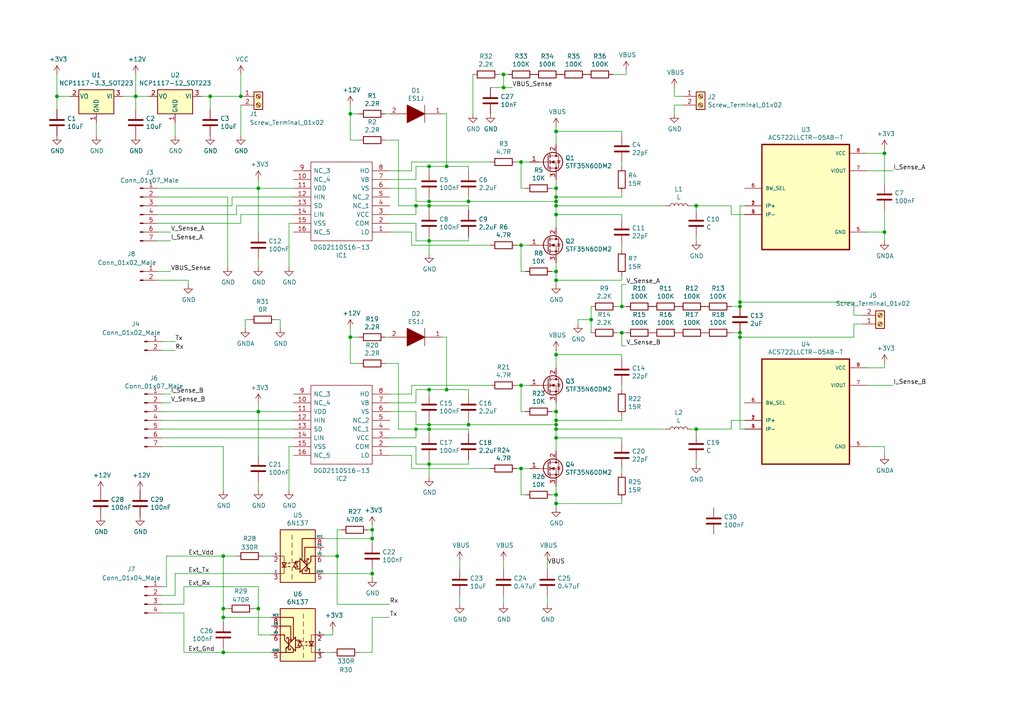
<source format=kicad_sch>
(kicad_sch (version 20211123) (generator eeschema)
  (paper "A4")
  (lib_symbols
    (symbol "ACS722LLCTR-05AB-T:ACS722LLCTR-05AB-T" (pin_names (offset 1.016))
      (property "Reference" "U" (at -12.7 16.2306 0))
      (property "Value" "ACS722LLCTR-05AB-T" (at -12.7 -19.2278 0))
      (symbol "ACS722LLCTR-05AB-T_0_0"
        (pin bidirectional line (at -17.78 -2.54 0) (length 5.08) (name "IP+") (number "1"))
        (pin bidirectional line (at -17.78 -2.54 0) (length 5.08) (name "IP+") (number "2"))
        (pin bidirectional line (at -17.78 -5.08 0) (length 5.08) (name "IP-") (number "3"))
        (pin bidirectional line (at -17.78 -5.08 0) (length 5.08) (name "IP-") (number "4"))
        (pin power_in line (at 17.78 -10.16 180) (length 5.08) (name "GND") (number "5"))
        (pin bidirectional line (at -17.78 2.54 0) (length 5.08) (name "BW_SEL") (number "6"))
        (pin output line (at 17.78 7.62 180) (length 5.08) (name "VIOUT") (number "7"))
        (pin power_in line (at 17.78 12.7 180) (length 5.08) (name "VCC") (number "8"))
      )
    )
    (symbol "Connector:Conn_01x02_Male" (pin_names (offset 1.016) hide)
      (property "Reference" "J" (at 0 2.54 0))
      (property "Value" "Conn_01x02_Male" (at 0 -5.08 0))
      (symbol "Conn_01x02_Male_1_1"
        (pin passive line (at 5.08 0 180) (length 3.81) (name "Pin_1") (number "1"))
        (pin passive line (at 5.08 -2.54 180) (length 3.81) (name "Pin_2") (number "2"))
      )
    )
    (symbol "Connector:Conn_01x04_Male" (pin_names (offset 1.016) hide)
      (property "Reference" "J" (at 0 5.08 0))
      (property "Value" "Conn_01x04_Male" (at 0 -7.62 0))
      (symbol "Conn_01x04_Male_1_1"
        (pin passive line (at 5.08 2.54 180) (length 3.81) (name "Pin_1") (number "1"))
        (pin passive line (at 5.08 0 180) (length 3.81) (name "Pin_2") (number "2"))
        (pin passive line (at 5.08 -2.54 180) (length 3.81) (name "Pin_3") (number "3"))
        (pin passive line (at 5.08 -5.08 180) (length 3.81) (name "Pin_4") (number "4"))
      )
    )
    (symbol "Connector:Conn_01x07_Male" (pin_names (offset 1.016) hide)
      (property "Reference" "J" (at 0 10.16 0))
      (property "Value" "Conn_01x07_Male" (at 0 -10.16 0))
      (symbol "Conn_01x07_Male_1_1"
        (pin passive line (at 5.08 7.62 180) (length 3.81) (name "Pin_1") (number "1"))
        (pin passive line (at 5.08 5.08 180) (length 3.81) (name "Pin_2") (number "2"))
        (pin passive line (at 5.08 2.54 180) (length 3.81) (name "Pin_3") (number "3"))
        (pin passive line (at 5.08 0 180) (length 3.81) (name "Pin_4") (number "4"))
        (pin passive line (at 5.08 -2.54 180) (length 3.81) (name "Pin_5") (number "5"))
        (pin passive line (at 5.08 -5.08 180) (length 3.81) (name "Pin_6") (number "6"))
        (pin passive line (at 5.08 -7.62 180) (length 3.81) (name "Pin_7") (number "7"))
      )
    )
    (symbol "Connector:Screw_Terminal_01x02" (pin_names (offset 1.016) hide)
      (property "Reference" "J" (at 0 2.54 0))
      (property "Value" "Screw_Terminal_01x02" (at 0 -5.08 0))
      (symbol "Screw_Terminal_01x02_1_1"
        (pin passive line (at -5.08 0 0) (length 3.81) (name "Pin_1") (number "1"))
        (pin passive line (at -5.08 -2.54 0) (length 3.81) (name "Pin_2") (number "2"))
      )
    )
    (symbol "Device:C" (pin_numbers hide) (pin_names (offset 0.254))
      (property "Reference" "C" (at 0.635 2.54 0))
      (property "Value" "C" (at 0.635 -2.54 0))
      (symbol "C_1_1"
        (pin passive line (at 0 3.81 270) (length 2.794) (name "~") (number "1"))
        (pin passive line (at 0 -3.81 90) (length 2.794) (name "~") (number "2"))
      )
    )
    (symbol "Device:L" (pin_numbers hide) (pin_names (offset 1.016) hide)
      (property "Reference" "L" (at -1.27 0 90))
      (property "Value" "L" (at 1.905 0 90))
      (symbol "L_1_1"
        (pin passive line (at 0 3.81 270) (length 1.27) (name "1") (number "1"))
        (pin passive line (at 0 -3.81 90) (length 1.27) (name "2") (number "2"))
      )
    )
    (symbol "Device:R" (pin_numbers hide) (pin_names (offset 0))
      (property "Reference" "R" (at 2.032 0 90))
      (property "Value" "R" (at 0 0 90))
      (symbol "R_1_1"
        (pin passive line (at 0 3.81 270) (length 1.27) (name "~") (number "1"))
        (pin passive line (at 0 -3.81 90) (length 1.27) (name "~") (number "2"))
      )
    )
    (symbol "GTI_V3-rescue:+3.3V-power" (power) (pin_names (offset 0))
      (property "Value" "+3.3V-power" (at 0 3.556 0))
      (symbol "+3.3V-power_1_1"
        (pin power_in line (at 0 0 90) (length 0) hide (name "+3V3") (number "1"))
      )
    )
    (symbol "GTI_V3-rescue:DGD2110S16-13-SamacSys_Parts" (pin_names (offset 0.762))
      (property "Reference" "IC" (at 24.13 7.62 0))
      (property "Value" "DGD2110S16-13-SamacSys_Parts" (at 24.13 5.08 0))
      (symbol "DGD2110S16-13-SamacSys_Parts_0_0"
        (pin passive line (at 0 0 0) (length 5.08) (name "LO") (number "1"))
        (pin passive line (at 27.94 -15.24 180) (length 5.08) (name "NC_4") (number "10"))
        (pin passive line (at 27.94 -12.7 180) (length 5.08) (name "VDD") (number "11"))
        (pin passive line (at 27.94 -10.16 180) (length 5.08) (name "HIN") (number "12"))
        (pin passive line (at 27.94 -7.62 180) (length 5.08) (name "SD") (number "13"))
        (pin passive line (at 27.94 -5.08 180) (length 5.08) (name "LIN") (number "14"))
        (pin passive line (at 27.94 -2.54 180) (length 5.08) (name "VSS") (number "15"))
        (pin passive line (at 27.94 0 180) (length 5.08) (name "NC_5") (number "16"))
        (pin passive line (at 0 -2.54 0) (length 5.08) (name "COM") (number "2"))
        (pin passive line (at 0 -5.08 0) (length 5.08) (name "VCC") (number "3"))
        (pin passive line (at 0 -7.62 0) (length 5.08) (name "NC_1") (number "4"))
        (pin passive line (at 0 -10.16 0) (length 5.08) (name "NC_2") (number "5"))
        (pin passive line (at 0 -12.7 0) (length 5.08) (name "VS") (number "6"))
        (pin passive line (at 0 -15.24 0) (length 5.08) (name "VB") (number "7"))
        (pin passive line (at 0 -17.78 0) (length 5.08) (name "HO") (number "8"))
        (pin passive line (at 27.94 -17.78 180) (length 5.08) (name "NC_3") (number "9"))
      )
    )
    (symbol "GTI_V3-rescue:ES1J-ES1J" (pin_names (offset 0.762))
      (property "Reference" "D" (at 11.43 5.08 0))
      (property "Value" "ES1J-ES1J" (at 11.43 2.54 0))
      (symbol "ES1J-ES1J_0_0"
        (pin passive line (at 0 0 0) (length 2.54) (name "~") (number "1"))
        (pin passive line (at 15.24 0 180) (length 2.54) (name "~") (number "2"))
      )
    )
    (symbol "Isolator:6N137" (pin_names (offset 0))
      (property "Reference" "U" (at -4.064 8.89 0))
      (property "Value" "6N137" (at 0 -8.89 0))
      (symbol "6N137_1_1"
        (pin no_connect line (at -5.08 5.08 0) (length 2.54) hide (name "NC") (number "1"))
        (pin passive line (at -7.62 0 0) (length 2.54) (name "A") (number "2"))
        (pin passive line (at -7.62 -5.08 0) (length 2.54) (name "C") (number "3"))
        (pin power_in line (at 7.62 -5.08 180) (length 2.54) (name "GND") (number "5"))
        (pin open_collector line (at 7.62 0 180) (length 2.54) (name "VO") (number "6"))
        (pin input line (at 7.62 2.54 180) (length 2.54) (name "EN") (number "7"))
        (pin power_in line (at 7.62 5.08 180) (length 2.54) (name "VCC") (number "8"))
      )
    )
    (symbol "Regulator_Linear:NCP1117-12_SOT223" (pin_names (offset 0.254))
      (property "Reference" "U" (at -3.81 3.175 0))
      (property "Value" "NCP1117-12_SOT223" (at 0 3.175 0))
      (symbol "NCP1117-12_SOT223_1_1"
        (pin power_in line (at 0 -7.62 90) (length 2.54) (name "GND") (number "1"))
        (pin power_out line (at 7.62 0 180) (length 2.54) (name "VO") (number "2"))
        (pin power_in line (at -7.62 0 0) (length 2.54) (name "VI") (number "3"))
      )
    )
    (symbol "Regulator_Linear:NCP1117-3.3_SOT223" (pin_names (offset 0.254))
      (property "Reference" "U" (at -3.81 3.175 0))
      (property "Value" "NCP1117-3.3_SOT223" (at 0 3.175 0))
      (symbol "NCP1117-3.3_SOT223_1_1"
        (pin power_in line (at 0 -7.62 90) (length 2.54) (name "GND") (number "1"))
        (pin power_out line (at 7.62 0 180) (length 2.54) (name "VO") (number "2"))
        (pin power_in line (at -7.62 0 0) (length 2.54) (name "VI") (number "3"))
      )
    )
    (symbol "Transistor_FET:IRF540N" (pin_names hide)
      (property "Reference" "Q" (at 6.35 1.905 0))
      (property "Value" "IRF540N" (at 6.35 0 0))
      (symbol "IRF540N_1_1"
        (pin input line (at -5.08 0 0) (length 2.54) (name "G") (number "1"))
        (pin passive line (at 2.54 5.08 270) (length 2.54) (name "D") (number "2"))
        (pin passive line (at 2.54 -5.08 90) (length 2.54) (name "S") (number "3"))
      )
    )
    (symbol "power:+12V" (power) (pin_names (offset 0))
      (property "Value" "+12V" (at 0 3.556 0))
      (symbol "+12V_1_1"
        (pin power_in line (at 0 0 90) (length 0) hide (name "+12V") (number "1"))
      )
    )
    (symbol "power:GND" (power) (pin_names (offset 0))
      (property "Value" "GND" (at 0 -3.81 0))
      (symbol "GND_1_1"
        (pin power_in line (at 0 0 270) (length 0) hide (name "GND") (number "1"))
      )
    )
    (symbol "power:GNDA" (power) (pin_names (offset 0))
      (property "Value" "GNDA" (at 0 -3.81 0))
      (symbol "GNDA_1_1"
        (pin power_in line (at 0 0 270) (length 0) hide (name "GNDA") (number "1"))
      )
    )
    (symbol "power:VBUS" (power) (pin_names (offset 0))
      (property "Value" "VBUS" (at 0 3.81 0))
      (symbol "VBUS_1_1"
        (pin power_in line (at 0 0 90) (length 0) hide (name "VBUS") (number "1"))
      )
    )
    (symbol "power:VCC" (power) (pin_names (offset 0))
      (property "Value" "VCC" (at 0 3.81 0))
      (symbol "VCC_1_1"
        (pin power_in line (at 0 0 90) (length 0) hide (name "VCC") (number "1"))
      )
    )
  )
  (junction (at 201.93 59.69))
  (junction (at 16.51 27.94))
  (junction (at 64.77 179.07))
  (junction (at 124.46 124.46))
  (junction (at 161.29 102.87))
  (junction (at 161.29 124.46))
  (junction (at 124.46 58.42))
  (junction (at 256.54 44.45))
  (junction (at 74.93 176.53))
  (junction (at 64.77 176.53))
  (junction (at 180.34 88.9))
  (junction (at 214.63 88.9))
  (junction (at 201.93 124.46))
  (junction (at 161.29 119.38))
  (junction (at 97.79 161.29))
  (junction (at 151.13 111.76))
  (junction (at 161.29 121.92))
  (junction (at 129.54 48.26))
  (junction (at 124.46 123.19))
  (junction (at 146.05 21.59))
  (junction (at 146.05 25.4))
  (junction (at 180.34 96.52))
  (junction (at 161.29 59.69))
  (junction (at 161.29 143.51))
  (junction (at 124.46 113.03))
  (junction (at 107.95 166.37))
  (junction (at 69.85 27.94))
  (junction (at 107.95 153.67))
  (junction (at 101.6 97.79))
  (junction (at 39.37 27.94))
  (junction (at 151.13 135.89))
  (junction (at 129.54 113.03))
  (junction (at 151.13 71.12))
  (junction (at 161.29 123.19))
  (junction (at 171.45 92.71))
  (junction (at 64.77 161.29))
  (junction (at 101.6 33.02))
  (junction (at 124.46 48.26))
  (junction (at 256.54 67.31))
  (junction (at 214.63 96.52))
  (junction (at 161.29 81.28))
  (junction (at 60.96 27.94))
  (junction (at 64.77 189.23))
  (junction (at 214.63 87.63))
  (junction (at 74.93 119.38))
  (junction (at 74.93 54.61))
  (junction (at 120.65 124.46))
  (junction (at 124.46 134.62))
  (junction (at 135.89 58.42))
  (junction (at 107.95 156.21))
  (junction (at 161.29 57.15))
  (junction (at 161.29 146.05))
  (junction (at 135.89 123.19))
  (junction (at 124.46 59.69))
  (junction (at 161.29 54.61))
  (junction (at 161.29 58.42))
  (junction (at 161.29 38.1))
  (junction (at 151.13 46.99))
  (junction (at 124.46 69.85))
  (junction (at 161.29 62.23))
  (junction (at 161.29 127))
  (junction (at 214.63 97.79))
  (junction (at 120.65 59.69))
  (junction (at 161.29 78.74))
  (wire (pts (xy 214.63 96.52) (xy 214.63 97.79)))
  (wire (pts (xy 124.46 123.19) (xy 124.46 121.92)))
  (wire (pts (xy 251.46 49.53) (xy 259.08 49.53)))
  (wire (pts (xy 93.98 156.21) (xy 107.95 156.21)))
  (wire (pts (xy 74.93 74.93) (xy 74.93 77.47)))
  (wire (pts (xy 180.34 120.65) (xy 180.34 121.92)))
  (wire (pts (xy 111.76 105.41) (xy 115.57 105.41)))
  (wire (pts (xy 180.34 57.15) (xy 161.29 57.15)))
  (wire (pts (xy 111.76 40.64) (xy 115.57 40.64)))
  (wire (pts (xy 45.72 62.23) (xy 68.58 62.23)))
  (wire (pts (xy 104.14 189.23) (xy 107.95 189.23)))
  (wire (pts (xy 180.34 81.28) (xy 161.29 81.28)))
  (wire (pts (xy 119.38 114.3) (xy 119.38 111.76)))
  (wire (pts (xy 161.29 57.15) (xy 161.29 54.61)))
  (wire (pts (xy 74.93 184.15) (xy 78.74 184.15)))
  (wire (pts (xy 111.76 33.02) (xy 113.03 33.02)))
  (wire (pts (xy 120.65 69.85) (xy 124.46 69.85)))
  (wire (pts (xy 39.37 27.94) (xy 39.37 31.75)))
  (wire (pts (xy 50.8 166.37) (xy 50.8 172.72)))
  (wire (pts (xy 124.46 69.85) (xy 135.89 69.85)))
  (wire (pts (xy 78.74 189.23) (xy 64.77 189.23)))
  (wire (pts (xy 161.29 38.1) (xy 161.29 41.91)))
  (wire (pts (xy 48.26 170.18) (xy 48.26 161.29)))
  (wire (pts (xy 124.46 58.42) (xy 135.89 58.42)))
  (wire (pts (xy 158.75 175.26) (xy 158.75 172.72)))
  (wire (pts (xy 212.09 96.52) (xy 214.63 96.52)))
  (wire (pts (xy 180.34 135.89) (xy 180.34 137.16)))
  (wire (pts (xy 180.34 144.78) (xy 180.34 146.05)))
  (wire (pts (xy 161.29 57.15) (xy 161.29 58.42)))
  (wire (pts (xy 120.65 119.38) (xy 120.65 123.19)))
  (wire (pts (xy 107.95 156.21) (xy 107.95 157.48)))
  (wire (pts (xy 212.09 59.69) (xy 201.93 59.69)))
  (wire (pts (xy 120.65 58.42) (xy 124.46 58.42)))
  (wire (pts (xy 46.99 114.3) (xy 49.53 114.3)))
  (wire (pts (xy 83.82 64.77) (xy 85.09 64.77)))
  (wire (pts (xy 256.54 67.31) (xy 256.54 69.85)))
  (wire (pts (xy 214.63 124.46) (xy 215.9 124.46)))
  (wire (pts (xy 120.65 123.19) (xy 124.46 123.19)))
  (wire (pts (xy 214.63 87.63) (xy 247.65 87.63)))
  (wire (pts (xy 135.89 69.85) (xy 135.89 68.58)))
  (wire (pts (xy 113.03 114.3) (xy 119.38 114.3)))
  (wire (pts (xy 66.04 57.15) (xy 66.04 77.47)))
  (wire (pts (xy 124.46 124.46) (xy 124.46 125.73)))
  (wire (pts (xy 161.29 123.19) (xy 161.29 124.46)))
  (wire (pts (xy 124.46 134.62) (xy 135.89 134.62)))
  (wire (pts (xy 74.93 176.53) (xy 74.93 170.18)))
  (wire (pts (xy 101.6 30.48) (xy 101.6 33.02)))
  (wire (pts (xy 124.46 48.26) (xy 120.65 48.26)))
  (wire (pts (xy 161.29 59.69) (xy 161.29 62.23)))
  (wire (pts (xy 101.6 95.25) (xy 101.6 97.79)))
  (wire (pts (xy 135.89 48.26) (xy 129.54 48.26)))
  (wire (pts (xy 149.86 111.76) (xy 151.13 111.76)))
  (wire (pts (xy 85.09 119.38) (xy 74.93 119.38)))
  (wire (pts (xy 250.19 91.44) (xy 247.65 91.44)))
  (wire (pts (xy 48.26 161.29) (xy 64.77 161.29)))
  (wire (pts (xy 107.95 189.23) (xy 107.95 179.07)))
  (wire (pts (xy 195.58 25.4) (xy 195.58 27.94)))
  (wire (pts (xy 161.29 62.23) (xy 161.29 66.04)))
  (wire (pts (xy 180.34 111.76) (xy 180.34 113.03)))
  (wire (pts (xy 201.93 124.46) (xy 201.93 125.73)))
  (wire (pts (xy 180.34 71.12) (xy 180.34 72.39)))
  (wire (pts (xy 124.46 138.43) (xy 124.46 134.62)))
  (wire (pts (xy 135.89 59.69) (xy 124.46 59.69)))
  (wire (pts (xy 69.85 27.94) (xy 69.85 21.59)))
  (wire (pts (xy 201.93 59.69) (xy 201.93 60.96)))
  (wire (pts (xy 101.6 97.79) (xy 101.6 105.41)))
  (wire (pts (xy 85.09 121.92) (xy 46.99 121.92)))
  (wire (pts (xy 46.99 101.6) (xy 50.8 101.6)))
  (wire (pts (xy 35.56 27.94) (xy 39.37 27.94)))
  (wire (pts (xy 247.65 93.98) (xy 250.19 93.98)))
  (wire (pts (xy 60.96 27.94) (xy 58.42 27.94)))
  (wire (pts (xy 256.54 44.45) (xy 256.54 53.34)))
  (wire (pts (xy 113.03 129.54) (xy 120.65 129.54)))
  (wire (pts (xy 68.58 62.23) (xy 68.58 59.69)))
  (wire (pts (xy 64.77 176.53) (xy 64.77 161.29)))
  (wire (pts (xy 120.65 116.84) (xy 113.03 116.84)))
  (wire (pts (xy 97.79 175.26) (xy 97.79 161.29)))
  (wire (pts (xy 180.34 102.87) (xy 180.34 104.14)))
  (wire (pts (xy 151.13 135.89) (xy 153.67 135.89)))
  (wire (pts (xy 80.01 92.71) (xy 81.28 92.71)))
  (wire (pts (xy 113.03 64.77) (xy 120.65 64.77)))
  (wire (pts (xy 180.34 96.52) (xy 181.61 96.52)))
  (wire (pts (xy 120.65 124.46) (xy 120.65 127)))
  (wire (pts (xy 124.46 134.62) (xy 124.46 133.35)))
  (wire (pts (xy 161.29 102.87) (xy 180.34 102.87)))
  (wire (pts (xy 180.34 96.52) (xy 180.34 100.33)))
  (wire (pts (xy 161.29 147.32) (xy 161.29 146.05)))
  (wire (pts (xy 149.86 46.99) (xy 151.13 46.99)))
  (wire (pts (xy 214.63 97.79) (xy 214.63 124.46)))
  (wire (pts (xy 64.77 179.07) (xy 78.74 179.07)))
  (wire (pts (xy 135.89 60.96) (xy 135.89 59.69)))
  (wire (pts (xy 46.99 119.38) (xy 74.93 119.38)))
  (wire (pts (xy 180.34 55.88) (xy 180.34 57.15)))
  (wire (pts (xy 72.39 92.71) (xy 71.12 92.71)))
  (wire (pts (xy 101.6 97.79) (xy 104.14 97.79)))
  (wire (pts (xy 128.27 33.02) (xy 129.54 33.02)))
  (wire (pts (xy 151.13 71.12) (xy 153.67 71.12)))
  (wire (pts (xy 146.05 25.4) (xy 142.24 25.4)))
  (wire (pts (xy 135.89 114.3) (xy 135.89 113.03)))
  (wire (pts (xy 107.95 166.37) (xy 107.95 167.64)))
  (wire (pts (xy 120.65 54.61) (xy 120.65 58.42)))
  (wire (pts (xy 27.94 39.37) (xy 27.94 35.56)))
  (wire (pts (xy 251.46 111.76) (xy 259.08 111.76)))
  (wire (pts (xy 107.95 165.1) (xy 107.95 166.37)))
  (wire (pts (xy 214.63 59.69) (xy 214.63 87.63)))
  (wire (pts (xy 54.61 81.28) (xy 45.72 81.28)))
  (wire (pts (xy 60.96 31.75) (xy 60.96 27.94)))
  (wire (pts (xy 120.65 52.07) (xy 113.03 52.07)))
  (wire (pts (xy 200.66 59.69) (xy 201.93 59.69)))
  (wire (pts (xy 113.03 49.53) (xy 119.38 49.53)))
  (wire (pts (xy 146.05 25.4) (xy 148.59 25.4)))
  (wire (pts (xy 201.93 133.35) (xy 201.93 134.62)))
  (wire (pts (xy 67.31 57.15) (xy 67.31 59.69)))
  (wire (pts (xy 50.8 39.37) (xy 50.8 35.56)))
  (wire (pts (xy 161.29 127) (xy 161.29 130.81)))
  (wire (pts (xy 161.29 121.92) (xy 161.29 123.19)))
  (wire (pts (xy 101.6 33.02) (xy 104.14 33.02)))
  (wire (pts (xy 251.46 67.31) (xy 256.54 67.31)))
  (wire (pts (xy 133.35 165.1) (xy 133.35 162.56)))
  (wire (pts (xy 152.4 119.38) (xy 151.13 119.38)))
  (wire (pts (xy 161.29 54.61) (xy 161.29 52.07)))
  (wire (pts (xy 167.64 92.71) (xy 171.45 92.71)))
  (wire (pts (xy 146.05 162.56) (xy 146.05 165.1)))
  (wire (pts (xy 66.04 176.53) (xy 64.77 176.53)))
  (wire (pts (xy 68.58 59.69) (xy 85.09 59.69)))
  (wire (pts (xy 152.4 78.74) (xy 151.13 78.74)))
  (wire (pts (xy 135.89 58.42) (xy 135.89 57.15)))
  (wire (pts (xy 177.8 21.59) (xy 181.61 21.59)))
  (wire (pts (xy 161.29 143.51) (xy 161.29 140.97)))
  (wire (pts (xy 135.89 49.53) (xy 135.89 48.26)))
  (wire (pts (xy 16.51 21.59) (xy 16.51 27.94)))
  (wire (pts (xy 119.38 135.89) (xy 142.24 135.89)))
  (wire (pts (xy 214.63 87.63) (xy 214.63 88.9)))
  (wire (pts (xy 69.85 30.48) (xy 69.85 39.37)))
  (wire (pts (xy 53.34 170.18) (xy 74.93 170.18)))
  (wire (pts (xy 180.34 127) (xy 180.34 128.27)))
  (wire (pts (xy 160.02 119.38) (xy 161.29 119.38)))
  (wire (pts (xy 45.72 67.31) (xy 49.53 67.31)))
  (wire (pts (xy 64.77 161.29) (xy 68.58 161.29)))
  (wire (pts (xy 124.46 58.42) (xy 124.46 57.15)))
  (wire (pts (xy 101.6 40.64) (xy 104.14 40.64)))
  (wire (pts (xy 158.75 165.1) (xy 158.75 162.56)))
  (wire (pts (xy 180.34 88.9) (xy 181.61 88.9)))
  (wire (pts (xy 46.99 116.84) (xy 49.53 116.84)))
  (wire (pts (xy 124.46 59.69) (xy 124.46 60.96)))
  (wire (pts (xy 161.29 121.92) (xy 161.29 119.38)))
  (wire (pts (xy 171.45 92.71) (xy 171.45 96.52)))
  (wire (pts (xy 85.09 57.15) (xy 67.31 57.15)))
  (wire (pts (xy 124.46 48.26) (xy 124.46 49.53)))
  (wire (pts (xy 71.12 92.71) (xy 71.12 95.25)))
  (wire (pts (xy 180.34 62.23) (xy 180.34 63.5)))
  (wire (pts (xy 215.9 62.23) (xy 212.09 62.23)))
  (wire (pts (xy 256.54 129.54) (xy 256.54 132.08)))
  (wire (pts (xy 161.29 38.1) (xy 180.34 38.1)))
  (wire (pts (xy 113.03 54.61) (xy 120.65 54.61)))
  (wire (pts (xy 97.79 175.26) (xy 113.03 175.26)))
  (wire (pts (xy 69.85 62.23) (xy 69.85 64.77)))
  (wire (pts (xy 67.31 59.69) (xy 45.72 59.69)))
  (wire (pts (xy 74.93 52.07) (xy 74.93 54.61)))
  (wire (pts (xy 212.09 121.92) (xy 215.9 121.92)))
  (wire (pts (xy 106.68 153.67) (xy 107.95 153.67)))
  (wire (pts (xy 85.09 129.54) (xy 83.82 129.54)))
  (wire (pts (xy 107.95 179.07) (xy 113.03 179.07)))
  (wire (pts (xy 45.72 78.74) (xy 49.53 78.74)))
  (wire (pts (xy 128.27 97.79) (xy 129.54 97.79)))
  (wire (pts (xy 151.13 119.38) (xy 151.13 111.76)))
  (wire (pts (xy 135.89 58.42) (xy 161.29 58.42)))
  (wire (pts (xy 120.65 59.69) (xy 120.65 62.23)))
  (wire (pts (xy 180.34 38.1) (xy 180.34 39.37)))
  (wire (pts (xy 124.46 73.66) (xy 124.46 69.85)))
  (wire (pts (xy 144.78 21.59) (xy 146.05 21.59)))
  (wire (pts (xy 135.89 123.19) (xy 161.29 123.19)))
  (wire (pts (xy 120.65 64.77) (xy 120.65 69.85)))
  (wire (pts (xy 85.09 62.23) (xy 69.85 62.23)))
  (wire (pts (xy 50.8 172.72) (xy 46.99 172.72)))
  (wire (pts (xy 83.82 129.54) (xy 83.82 142.24)))
  (wire (pts (xy 179.07 88.9) (xy 180.34 88.9)))
  (wire (pts (xy 119.38 71.12) (xy 142.24 71.12)))
  (wire (pts (xy 160.02 78.74) (xy 161.29 78.74)))
  (wire (pts (xy 96.52 189.23) (xy 93.98 189.23)))
  (wire (pts (xy 99.06 153.67) (xy 97.79 153.67)))
  (wire (pts (xy 120.65 127) (xy 113.03 127)))
  (wire (pts (xy 129.54 113.03) (xy 124.46 113.03)))
  (wire (pts (xy 161.29 101.6) (xy 161.29 102.87)))
  (wire (pts (xy 256.54 44.45) (xy 256.54 43.18)))
  (wire (pts (xy 113.03 67.31) (xy 119.38 67.31)))
  (wire (pts (xy 120.65 113.03) (xy 120.65 116.84)))
  (wire (pts (xy 119.38 49.53) (xy 119.38 46.99)))
  (wire (pts (xy 251.46 106.68) (xy 256.54 106.68)))
  (wire (pts (xy 161.29 59.69) (xy 193.04 59.69)))
  (wire (pts (xy 46.99 124.46) (xy 85.09 124.46)))
  (wire (pts (xy 119.38 132.08) (xy 119.38 135.89)))
  (wire (pts (xy 161.29 82.55) (xy 161.29 81.28)))
  (wire (pts (xy 201.93 68.58) (xy 201.93 69.85)))
  (wire (pts (xy 113.03 132.08) (xy 119.38 132.08)))
  (wire (pts (xy 135.89 123.19) (xy 135.89 121.92)))
  (wire (pts (xy 180.34 82.55) (xy 180.34 88.9)))
  (wire (pts (xy 146.05 172.72) (xy 146.05 175.26)))
  (wire (pts (xy 161.29 78.74) (xy 161.29 76.2)))
  (wire (pts (xy 124.46 124.46) (xy 120.65 124.46)))
  (wire (pts (xy 85.09 127) (xy 46.99 127)))
  (wire (pts (xy 133.35 175.26) (xy 133.35 172.72)))
  (wire (pts (xy 201.93 124.46) (xy 212.09 124.46)))
  (wire (pts (xy 66.04 57.15) (xy 45.72 57.15)))
  (wire (pts (xy 161.29 146.05) (xy 161.29 143.51)))
  (wire (pts (xy 64.77 129.54) (xy 64.77 142.24)))
  (wire (pts (xy 251.46 44.45) (xy 256.54 44.45)))
  (wire (pts (xy 181.61 21.59) (xy 181.61 20.32)))
  (wire (pts (xy 81.28 92.71) (xy 81.28 95.25)))
  (wire (pts (xy 180.34 100.33) (xy 181.61 100.33)))
  (wire (pts (xy 180.34 46.99) (xy 180.34 48.26)))
  (wire (pts (xy 256.54 106.68) (xy 256.54 105.41)))
  (wire (pts (xy 120.65 62.23) (xy 113.03 62.23)))
  (wire (pts (xy 160.02 54.61) (xy 161.29 54.61)))
  (wire (pts (xy 247.65 93.98) (xy 247.65 97.79)))
  (wire (pts (xy 180.34 82.55) (xy 181.61 82.55)))
  (wire (pts (xy 64.77 189.23) (xy 64.77 187.96)))
  (wire (pts (xy 115.57 105.41) (xy 115.57 124.46)))
  (wire (pts (xy 151.13 78.74) (xy 151.13 71.12)))
  (wire (pts (xy 124.46 113.03) (xy 120.65 113.03)))
  (wire (pts (xy 96.52 182.88) (xy 96.52 184.15)))
  (wire (pts (xy 120.65 134.62) (xy 124.46 134.62)))
  (wire (pts (xy 83.82 77.47) (xy 83.82 64.77)))
  (wire (pts (xy 74.93 119.38) (xy 74.93 132.08)))
  (wire (pts (xy 73.66 176.53) (xy 74.93 176.53)))
  (wire (pts (xy 53.34 170.18) (xy 53.34 175.26)))
  (wire (pts (xy 256.54 60.96) (xy 256.54 67.31)))
  (wire (pts (xy 64.77 189.23) (xy 53.34 189.23)))
  (wire (pts (xy 129.54 48.26) (xy 124.46 48.26)))
  (wire (pts (xy 129.54 33.02) (xy 129.54 48.26)))
  (wire (pts (xy 64.77 176.53) (xy 64.77 179.07)))
  (wire (pts (xy 137.16 21.59) (xy 137.16 33.02)))
  (wire (pts (xy 151.13 143.51) (xy 151.13 135.89)))
  (wire (pts (xy 180.34 146.05) (xy 161.29 146.05)))
  (wire (pts (xy 45.72 69.85) (xy 49.53 69.85)))
  (wire (pts (xy 161.29 36.83) (xy 161.29 38.1)))
  (wire (pts (xy 39.37 21.59) (xy 39.37 27.94)))
  (wire (pts (xy 53.34 189.23) (xy 53.34 177.8)))
  (wire (pts (xy 251.46 129.54) (xy 256.54 129.54)))
  (wire (pts (xy 53.34 175.26) (xy 46.99 175.26)))
  (wire (pts (xy 96.52 184.15) (xy 93.98 184.15)))
  (wire (pts (xy 124.46 123.19) (xy 135.89 123.19)))
  (wire (pts (xy 161.29 58.42) (xy 161.29 59.69)))
  (wire (pts (xy 74.93 54.61) (xy 74.93 67.31)))
  (wire (pts (xy 45.72 54.61) (xy 74.93 54.61)))
  (wire (pts (xy 152.4 54.61) (xy 151.13 54.61)))
  (wire (pts (xy 212.09 124.46) (xy 212.09 121.92)))
  (wire (pts (xy 214.63 59.69) (xy 215.9 59.69)))
  (wire (pts (xy 124.46 113.03) (xy 124.46 114.3)))
  (wire (pts (xy 74.93 116.84) (xy 74.93 119.38)))
  (wire (pts (xy 115.57 124.46) (xy 120.65 124.46)))
  (wire (pts (xy 149.86 135.89) (xy 151.13 135.89)))
  (wire (pts (xy 50.8 166.37) (xy 78.74 166.37)))
  (wire (pts (xy 46.99 170.18) (xy 48.26 170.18)))
  (wire (pts (xy 107.95 153.67) (xy 107.95 152.4)))
  (wire (pts (xy 161.29 124.46) (xy 193.04 124.46)))
  (wire (pts (xy 115.57 40.64) (xy 115.57 59.69)))
  (wire (pts (xy 107.95 166.37) (xy 93.98 166.37)))
  (wire (pts (xy 161.29 124.46) (xy 161.29 127)))
  (wire (pts (xy 161.29 119.38) (xy 161.29 116.84)))
  (wire (pts (xy 171.45 88.9) (xy 171.45 92.71)))
  (wire (pts (xy 107.95 153.67) (xy 107.95 156.21)))
  (wire (pts (xy 113.03 119.38) (xy 120.65 119.38)))
  (wire (pts (xy 214.63 97.79) (xy 247.65 97.79)))
  (wire (pts (xy 46.99 99.06) (xy 50.8 99.06)))
  (wire (pts (xy 69.85 64.77) (xy 45.72 64.77)))
  (wire (pts (xy 198.12 30.48) (xy 195.58 30.48)))
  (wire (pts (xy 152.4 143.51) (xy 151.13 143.51)))
  (wire (pts (xy 64.77 180.34) (xy 64.77 179.07)))
  (wire (pts (xy 85.09 54.61) (xy 74.93 54.61)))
  (wire (pts (xy 101.6 105.41) (xy 104.14 105.41)))
  (wire (pts (xy 119.38 111.76) (xy 142.24 111.76)))
  (wire (pts (xy 97.79 161.29) (xy 93.98 161.29)))
  (wire (pts (xy 54.61 82.55) (xy 54.61 81.28)))
  (wire (pts (xy 39.37 27.94) (xy 43.18 27.94)))
  (wire (pts (xy 119.38 46.99) (xy 142.24 46.99)))
  (wire (pts (xy 161.29 102.87) (xy 161.29 106.68)))
  (wire (pts (xy 97.79 153.67) (xy 97.79 161.29)))
  (wire (pts (xy 111.76 97.79) (xy 113.03 97.79)))
  (wire (pts (xy 120.65 129.54) (xy 120.65 134.62)))
  (wire (pts (xy 124.46 69.85) (xy 124.46 68.58)))
  (wire (pts (xy 74.93 139.7) (xy 74.93 142.24)))
  (wire (pts (xy 135.89 124.46) (xy 124.46 124.46)))
  (wire (pts (xy 161.29 62.23) (xy 180.34 62.23)))
  (wire (pts (xy 129.54 97.79) (xy 129.54 113.03)))
  (wire (pts (xy 180.34 80.01) (xy 180.34 81.28)))
  (wire (pts (xy 180.34 121.92) (xy 161.29 121.92)))
  (wire (pts (xy 161.29 127) (xy 180.34 127)))
  (wire (pts (xy 160.02 143.51) (xy 161.29 143.51)))
  (wire (pts (xy 115.57 59.69) (xy 120.65 59.69)))
  (wire (pts (xy 119.38 67.31) (xy 119.38 71.12)))
  (wire (pts (xy 101.6 33.02) (xy 101.6 40.64)))
  (wire (pts (xy 167.64 93.98) (xy 167.64 92.71)))
  (wire (pts (xy 179.07 96.52) (xy 180.34 96.52)))
  (wire (pts (xy 146.05 21.59) (xy 147.32 21.59)))
  (wire (pts (xy 149.86 71.12) (xy 151.13 71.12)))
  (wire (pts (xy 212.09 62.23) (xy 212.09 59.69)))
  (wire (pts (xy 120.65 48.26) (xy 120.65 52.07)))
  (wire (pts (xy 151.13 54.61) (xy 151.13 46.99)))
  (wire (pts (xy 151.13 111.76) (xy 153.67 111.76)))
  (wire (pts (xy 151.13 46.99) (xy 153.67 46.99)))
  (wire (pts (xy 146.05 21.59) (xy 146.05 25.4)))
  (wire (pts (xy 74.93 176.53) (xy 74.93 184.15)))
  (wire (pts (xy 135.89 134.62) (xy 135.89 133.35)))
  (wire (pts (xy 195.58 30.48) (xy 195.58 33.02)))
  (wire (pts (xy 16.51 27.94) (xy 20.32 27.94)))
  (wire (pts (xy 247.65 91.44) (xy 247.65 87.63)))
  (wire (pts (xy 212.09 88.9) (xy 214.63 88.9)))
  (wire (pts (xy 69.85 27.94) (xy 60.96 27.94)))
  (wire (pts (xy 161.29 81.28) (xy 161.29 78.74)))
  (wire (pts (xy 53.34 177.8) (xy 46.99 177.8)))
  (wire (pts (xy 135.89 113.03) (xy 129.54 113.03)))
  (wire (pts (xy 76.2 161.29) (xy 78.74 161.29)))
  (wire (pts (xy 16.51 31.75) (xy 16.51 27.94)))
  (wire (pts (xy 200.66 124.46) (xy 201.93 124.46)))
  (wire (pts (xy 195.58 27.94) (xy 198.12 27.94)))
  (wire (pts (xy 124.46 59.69) (xy 120.65 59.69)))
  (wire (pts (xy 46.99 129.54) (xy 64.77 129.54)))
  (wire (pts (xy 135.89 125.73) (xy 135.89 124.46)))
  (label "Tx" (at 50.8 99.06 0))
  (label "Ext_Tx" (at 54.61 166.37 0))
  (label "I_Sense_B" (at 259.08 111.76 0))
  (label "VBUS_Sense" (at 148.59 25.4 0))
  (label "Tx" (at 113.03 179.07 0))
  (label "Ext_Rx" (at 54.61 170.18 0))
  (label "V_Sense_B" (at 49.53 116.84 0))
  (label "VBUS_Sense" (at 49.53 78.74 0))
  (label "Rx" (at 50.8 101.6 0))
  (label "I_Sense_A" (at 259.08 49.53 0))
  (label "V_Sense_B" (at 181.61 100.33 0))
  (label "Ext_Gnd" (at 54.61 189.23 0))
  (label "VBUS" (at 158.75 163.83 0))
  (label "I_Sense_A" (at 49.53 69.85 0))
  (label "Ext_Vdd" (at 54.61 161.29 0))
  (label "I_Sense_B" (at 49.53 114.3 0))
  (label "V_Sense_A" (at 49.53 67.31 0))
  (label "V_Sense_A" (at 181.61 82.55 0))
  (label "Rx" (at 113.03 175.26 0))
  (symbol (lib_id "ACS722LLCTR-05AB-T:ACS722LLCTR-05AB-T") (at 233.68 119.38 0) (unit 1)
    (property "Reference" "U4" (at 233.68 99.822 0))
    (property "Value" "ACS722LLCTR-05AB-T" (at 233.68 102.1334 0))
    (property "Footprint" "ACS722LLCTR-05AB-T:SOIC127P600X175-8N" (effects hide))
    (property "Package" "SOIC127P600X175-8N" (effects hide))
    (property "Manufacturer" "Allegro" (effects hide))
  )
  (symbol (lib_id "GTI_V3-rescue:DGD2110S16-13-SamacSys_Parts") (at 113.03 132.08 180) (unit 1)
    (property "Reference" "IC2" (at 99.06 138.811 0))
    (property "Value" "DGD2110S16-13" (at 99.06 136.4996 0))
    (property "Footprint" "DGD2110S16-13:SOIC127P1032X264-16N" (effects hide))
    (property "Datasheet" "https://componentsearchengine.com/Datasheets/1/DGD2110S16-13.pdf" (effects hide))
    (property "Description" "Gate Drivers High-Side Low-Side 600V Gate Driver" (effects hide))
    (property "Height" "2.64" (effects hide))
    (property "Mouser Part Number" "621-DGD2110S16-13" (effects hide))
    (property "Mouser Price/Stock" "https://www.mouser.com/Search/Refine.aspx?Keyword=621-DGD2110S16-13" (effects hide))
    (property "Manufacturer_Name" "Diodes Inc." (effects hide))
    (property "Manufacturer_Part_Number" "DGD2110S16-13" (effects hide))
  )
  (symbol (lib_id "GTI_V3-rescue:ES1J-ES1J") (at 128.27 97.79 180) (unit 1)
    (property "Reference" "D2" (at 120.65 91.0082 0))
    (property "Value" "ES1J" (at 120.65 93.3196 0))
    (property "Footprint" "ES1J:DIOM5227X250N" (effects hide))
    (property "Datasheet" "http://www.onsemi.com/PowerSolutions/product.do?id=ES1J" (effects hide))
    (property "Description" "Fairchild ES1J SMT Fast Recovery Diode, 600V 1A, 35ns, 2-Pin DO-214AC" (effects hide))
    (property "Height" "2.5" (effects hide))
    (property "Manufacturer_Name" "onsemi" (effects hide))
    (property "Manufacturer_Part_Number" "ES1J" (effects hide))
    (property "Mouser Part Number" "512-ES1J" (effects hide))
    (property "Mouser Price/Stock" "https://www.mouser.co.uk/ProductDetail/ON-Semiconductor-Fairchild/ES1J?qs=ZaZfTJZxiphg%252BqNC2EhLqQ%3D%3D" (effects hide))
    (property "Arrow Part Number" "ES1J" (effects hide))
    (property "Arrow Price/Stock" "https://www.arrow.com/en/products/es1j/on-semiconductor?region=nac" (effects hide))
  )
  (symbol (lib_id "Transistor_FET:IRF540N") (at 158.75 111.76 0) (unit 1)
    (property "Reference" "Q3" (at 163.9316 110.5916 0) (effects (justify left)))
    (property "Value" "STF35N60DM2" (at 163.9316 112.903 0) (effects (justify left)))
    (property "Footprint" "TO_SOT_Packages_THT:TO-220-3_Vertical" (effects hide))
    (property "Datasheet" "http://www.irf.com/product-info/datasheets/data/irf540n.pdf" (effects hide))
  )
  (symbol (lib_id "Device:R") (at 146.05 111.76 270) (unit 1)
    (property "Reference" "R21" (at 146.05 106.5022 90))
    (property "Value" "4.7R" (at 146.05 108.8136 90))
    (property "Footprint" "Resistors_SMD:R_0603_HandSoldering" (effects hide))
  )
  (symbol (lib_id "Device:R") (at 180.34 116.84 180) (unit 1)
    (property "Reference" "R22" (at 182.118 115.6716 0) (effects (justify right)))
    (property "Value" "15R" (at 182.118 117.983 0) (effects (justify right)))
    (property "Footprint" "Resistors_SMD:R_0805_HandSoldering" (effects hide))
  )
  (symbol (lib_id "Device:R") (at 156.21 119.38 90) (unit 1)
    (property "Reference" "R23" (at 156.21 114.1222 90))
    (property "Value" "10K" (at 156.21 116.4336 90))
    (property "Footprint" "Resistors_SMD:R_0603_HandSoldering" (effects hide))
  )
  (symbol (lib_id "Device:C") (at 180.34 107.95 0) (unit 1)
    (property "Reference" "C14" (at 183.261 106.7816 0) (effects (justify left)))
    (property "Value" "22pF" (at 183.261 109.093 0) (effects (justify left)))
    (property "Footprint" "Capacitors_SMD:C_0805_HandSoldering" (effects hide))
  )
  (symbol (lib_id "Transistor_FET:IRF540N") (at 158.75 135.89 0) (unit 1)
    (property "Reference" "Q4" (at 163.9316 134.7216 0) (effects (justify left)))
    (property "Value" "STF35N60DM2" (at 163.9316 137.033 0) (effects (justify left)))
    (property "Footprint" "TO_SOT_Packages_THT:TO-220-3_Vertical" (effects hide))
    (property "Datasheet" "http://www.irf.com/product-info/datasheets/data/irf540n.pdf" (effects hide))
  )
  (symbol (lib_id "Device:R") (at 146.05 135.89 270) (unit 1)
    (property "Reference" "R24" (at 146.05 130.6322 90))
    (property "Value" "4.7R" (at 146.05 132.9436 90))
    (property "Footprint" "Resistors_SMD:R_0603_HandSoldering" (effects hide))
  )
  (symbol (lib_id "Device:R") (at 180.34 140.97 180) (unit 1)
    (property "Reference" "R25" (at 182.118 139.8016 0) (effects (justify right)))
    (property "Value" "15R" (at 182.118 142.113 0) (effects (justify right)))
    (property "Footprint" "Resistors_SMD:R_0805_HandSoldering" (effects hide))
  )
  (symbol (lib_id "Device:R") (at 156.21 143.51 90) (unit 1)
    (property "Reference" "R26" (at 156.21 138.2522 90))
    (property "Value" "10K" (at 156.21 140.5636 90))
    (property "Footprint" "Resistors_SMD:R_0603_HandSoldering" (effects hide))
  )
  (symbol (lib_id "Device:C") (at 180.34 132.08 0) (unit 1)
    (property "Reference" "C20" (at 183.261 130.9116 0) (effects (justify left)))
    (property "Value" "22pF" (at 183.261 133.223 0) (effects (justify left)))
    (property "Footprint" "Capacitors_SMD:C_0805_HandSoldering" (effects hide))
  )
  (symbol (lib_id "Connector:Conn_01x07_Male") (at 40.64 62.23 0) (unit 1)
    (property "Reference" "J3" (at 43.3832 50.0126 0))
    (property "Value" "Conn_01x07_Male" (at 43.3832 52.324 0))
    (property "Footprint" "Socket_Strips:Socket_Strip_Straight_1x07_Pitch2.54mm" (effects hide))
  )
  (symbol (lib_id "power:GND") (at 161.29 147.32 0) (unit 1)
    (property "Reference" "#PWR032" (effects hide))
    (property "Value" "GND" (at 161.417 151.7142 0))
  )
  (symbol (lib_id "power:VBUS") (at 161.29 101.6 0) (unit 1)
    (property "Reference" "#PWR024" (effects hide))
    (property "Value" "VBUS" (at 161.671 97.2058 0))
  )
  (symbol (lib_id "Connector:Conn_01x07_Male") (at 41.91 121.92 0) (unit 1)
    (property "Reference" "J6" (at 44.6532 109.7026 0))
    (property "Value" "Conn_01x07_Male" (at 44.6532 112.014 0))
    (property "Footprint" "Socket_Strips:Socket_Strip_Straight_1x07_Pitch2.54mm" (effects hide))
  )
  (symbol (lib_id "Isolator:6N137") (at 86.36 161.29 0) (unit 1)
    (property "Reference" "U5" (at 86.36 149.4282 0))
    (property "Value" "6N137" (at 86.36 151.7396 0))
    (property "Footprint" "Housings_DIP:DIP-8_W7.62mm" (effects hide))
    (property "Datasheet" "https://docs.broadcom.com/docs/AV02-0940EN" (effects hide))
  )
  (symbol (lib_id "Device:C") (at 124.46 118.11 0) (unit 1)
    (property "Reference" "C15" (at 127.381 116.9416 0) (effects (justify left)))
    (property "Value" "100nF" (at 127.381 119.253 0) (effects (justify left)))
    (property "Footprint" "Capacitors_SMD:C_0603_HandSoldering" (effects hide))
  )
  (symbol (lib_id "Isolator:6N137") (at 86.36 184.15 0) (mirror y) (unit 1)
    (property "Reference" "U6" (at 86.36 172.2882 0))
    (property "Value" "6N137" (at 86.36 174.5996 0))
    (property "Footprint" "Housings_DIP:DIP-8_W7.62mm" (effects hide))
    (property "Datasheet" "https://docs.broadcom.com/docs/AV02-0940EN" (effects hide))
  )
  (symbol (lib_id "Device:C") (at 135.89 118.11 0) (unit 1)
    (property "Reference" "C16" (at 138.811 116.9416 0) (effects (justify left)))
    (property "Value" "2.2uF" (at 138.811 119.253 0) (effects (justify left)))
    (property "Footprint" "Capacitors_SMD:C_0603_HandSoldering" (effects hide))
  )
  (symbol (lib_id "Device:C") (at 124.46 129.54 0) (unit 1)
    (property "Reference" "C17" (at 127.381 128.3716 0) (effects (justify left)))
    (property "Value" "100nF" (at 127.381 130.683 0) (effects (justify left)))
    (property "Footprint" "Capacitors_SMD:C_0603_HandSoldering" (effects hide))
  )
  (symbol (lib_id "Device:C") (at 135.89 129.54 0) (unit 1)
    (property "Reference" "C18" (at 138.811 128.3716 0) (effects (justify left)))
    (property "Value" "2.2uF" (at 138.811 130.683 0) (effects (justify left)))
    (property "Footprint" "Capacitors_SMD:C_0603_HandSoldering" (effects hide))
  )
  (symbol (lib_id "power:GND") (at 124.46 138.43 0) (unit 1)
    (property "Reference" "#PWR029" (effects hide))
    (property "Value" "GND" (at 124.587 142.8242 0))
  )
  (symbol (lib_id "Device:R") (at 102.87 153.67 90) (unit 1)
    (property "Reference" "R27" (at 102.87 148.4122 90))
    (property "Value" "470R" (at 102.87 150.7236 90))
    (property "Footprint" "Resistors_SMD:R_0603_HandSoldering" (effects hide))
  )
  (symbol (lib_id "Device:R") (at 69.85 176.53 270) (mirror x) (unit 1)
    (property "Reference" "R29" (at 69.85 171.45 90))
    (property "Value" "470R" (at 69.85 173.99 90))
    (property "Footprint" "Resistors_SMD:R_0603_HandSoldering" (effects hide))
  )
  (symbol (lib_id "Device:C") (at 107.95 161.29 0) (unit 1)
    (property "Reference" "C22" (at 110.871 160.1216 0) (effects (justify left)))
    (property "Value" "100nF" (at 110.871 162.433 0) (effects (justify left)))
    (property "Footprint" "Capacitors_SMD:C_0603_HandSoldering" (effects hide))
  )
  (symbol (lib_id "Device:C") (at 64.77 184.15 0) (mirror y) (unit 1)
    (property "Reference" "C26" (at 61.849 182.9816 0) (effects (justify left)))
    (property "Value" "100nF" (at 61.849 185.293 0) (effects (justify left)))
    (property "Footprint" "Capacitors_SMD:C_0603_HandSoldering" (effects hide))
  )
  (symbol (lib_id "power:+12V") (at 101.6 95.25 0) (unit 1)
    (property "Reference" "#PWR023" (effects hide))
    (property "Value" "+12V" (at 101.981 90.8558 0))
  )
  (symbol (lib_id "Device:R") (at 107.95 105.41 270) (unit 1)
    (property "Reference" "R20" (at 107.95 100.1522 90))
    (property "Value" "2.2R" (at 107.95 102.4636 90))
    (property "Footprint" "Resistors_SMD:R_0603_HandSoldering" (effects hide))
  )
  (symbol (lib_id "Device:R") (at 72.39 161.29 270) (unit 1)
    (property "Reference" "R28" (at 72.39 156.21 90))
    (property "Value" "330R" (at 72.39 158.75 90))
    (property "Footprint" "Resistors_SMD:R_0603_HandSoldering" (effects hide))
  )
  (symbol (lib_id "Device:R") (at 100.33 189.23 270) (unit 1)
    (property "Reference" "R30" (at 100.33 194.31 90))
    (property "Value" "330R" (at 100.33 191.77 90))
    (property "Footprint" "Resistors_SMD:R_0603_HandSoldering" (effects hide))
  )
  (symbol (lib_id "Device:R") (at 107.95 97.79 270) (unit 1)
    (property "Reference" "R19" (at 107.95 92.5322 90))
    (property "Value" "2.2R" (at 107.95 94.8436 90))
    (property "Footprint" "Resistors_SMD:R_0603_HandSoldering" (effects hide))
  )
  (symbol (lib_id "Connector:Conn_01x02_Male") (at 40.64 78.74 0) (unit 1)
    (property "Reference" "J8" (at 38.1 73.66 0))
    (property "Value" "Conn_01x02_Male" (at 36.83 76.2 0))
    (property "Footprint" "Socket_Strips:Socket_Strip_Straight_1x02_Pitch2.54mm" (effects hide))
  )
  (symbol (lib_id "Device:C") (at 74.93 135.89 0) (unit 1)
    (property "Reference" "C21" (at 77.851 134.7216 0) (effects (justify left)))
    (property "Value" "100nF" (at 77.851 137.033 0) (effects (justify left)))
    (property "Footprint" "Capacitors_SMD:C_0603_HandSoldering" (effects hide))
  )
  (symbol (lib_id "GTI_V3-rescue:+3.3V-power") (at 74.93 116.84 0) (unit 1)
    (property "Reference" "#PWR026" (effects hide))
    (property "Value" "+3.3V" (at 75.311 112.4458 0))
  )
  (symbol (lib_id "Device:L") (at 196.85 124.46 90) (unit 1)
    (property "Reference" "L2" (at 196.85 119.634 90))
    (property "Value" "L" (at 196.85 121.9454 90))
    (property "Footprint" "Choke_Toroid_ThroughHole:Choke_Toroid_horizontal_Diameter12-5mm_Amidon-T44" (effects hide))
  )
  (symbol (lib_id "Device:C") (at 201.93 129.54 0) (unit 1)
    (property "Reference" "C19" (at 204.851 128.3716 0) (effects (justify left)))
    (property "Value" "C" (at 204.851 130.683 0) (effects (justify left)))
    (property "Footprint" "Capacitors_SMD:C_2225_HandSoldering" (effects hide))
  )
  (symbol (lib_id "power:GND") (at 201.93 134.62 0) (unit 1)
    (property "Reference" "#PWR028" (effects hide))
    (property "Value" "GND" (at 202.057 139.0142 0))
  )
  (symbol (lib_id "power:GNDA") (at 256.54 132.08 0) (unit 1)
    (property "Reference" "#PWR027" (effects hide))
    (property "Value" "GNDA" (at 256.667 136.4742 0))
  )
  (symbol (lib_id "GTI_V3-rescue:+3.3V-power") (at 256.54 105.41 0) (unit 1)
    (property "Reference" "#PWR025" (effects hide))
    (property "Value" "+3.3V" (at 256.921 101.0158 0))
  )
  (symbol (lib_id "power:GND") (at 74.93 142.24 0) (unit 1)
    (property "Reference" "#PWR0101" (effects hide))
    (property "Value" "GND" (at 75.057 146.6342 0))
  )
  (symbol (lib_id "power:GND") (at 64.77 142.24 0) (unit 1)
    (property "Reference" "#PWR0102" (effects hide))
    (property "Value" "GND" (at 64.897 146.6342 0))
  )
  (symbol (lib_id "power:GND") (at 107.95 167.64 0) (unit 1)
    (property "Reference" "#PWR0106" (effects hide))
    (property "Value" "GND" (at 108.077 172.0342 0))
  )
  (symbol (lib_id "power:GND") (at 74.93 77.47 0) (unit 1)
    (property "Reference" "#PWR0107" (effects hide))
    (property "Value" "GND" (at 75.057 81.8642 0))
  )
  (symbol (lib_id "power:GND") (at 66.04 77.47 0) (unit 1)
    (property "Reference" "#PWR0108" (effects hide))
    (property "Value" "GND" (at 66.167 81.8642 0))
  )
  (symbol (lib_id "power:GND") (at 54.61 82.55 0) (unit 1)
    (property "Reference" "#PWR0109" (effects hide))
    (property "Value" "GND" (at 54.737 86.9442 0))
  )
  (symbol (lib_id "power:GND") (at 69.85 39.37 0) (unit 1)
    (property "Reference" "#PWR0110" (effects hide))
    (property "Value" "GND" (at 69.977 43.7642 0))
  )
  (symbol (lib_id "power:GND") (at 60.96 39.37 0) (unit 1)
    (property "Reference" "#PWR0111" (effects hide))
    (property "Value" "GND" (at 61.087 43.7642 0))
  )
  (symbol (lib_id "power:GND") (at 50.8 39.37 0) (unit 1)
    (property "Reference" "#PWR0112" (effects hide))
    (property "Value" "GND" (at 50.927 43.7642 0))
  )
  (symbol (lib_id "power:GND") (at 39.37 39.37 0) (unit 1)
    (property "Reference" "#PWR0113" (effects hide))
    (property "Value" "GND" (at 39.497 43.7642 0))
  )
  (symbol (lib_id "power:GND") (at 27.94 39.37 0) (unit 1)
    (property "Reference" "#PWR0114" (effects hide))
    (property "Value" "GND" (at 28.067 43.7642 0))
  )
  (symbol (lib_id "power:GND") (at 16.51 39.37 0) (unit 1)
    (property "Reference" "#PWR0115" (effects hide))
    (property "Value" "GND" (at 16.637 43.7642 0))
  )
  (symbol (lib_id "Device:C") (at 214.63 92.71 0) (unit 1)
    (property "Reference" "C13" (at 217.551 91.5416 0) (effects (justify left)))
    (property "Value" "2uF" (at 217.551 93.853 0) (effects (justify left)))
    (property "Footprint" "Capacitors_ThroughHole:C_Rect_L24.0mm_W12.8mm_P22.50mm_MKT" (effects hide))
  )
  (symbol (lib_id "Device:R") (at 175.26 96.52 90) (unit 1)
    (property "Reference" "R14" (at 175.26 91.2622 90))
    (property "Value" "2.2K" (at 175.26 93.5736 90))
    (property "Footprint" "Resistors_SMD:R_0603_HandSoldering" (effects hide))
  )
  (symbol (lib_id "power:GND") (at 167.64 93.98 0) (unit 1)
    (property "Reference" "#PWR022" (effects hide))
    (property "Value" "GND" (at 167.767 98.3742 0))
  )
  (symbol (lib_id "power:GNDA") (at 71.12 95.25 0) (unit 1)
    (property "Reference" "#PWR0116" (effects hide))
    (property "Value" "GNDA" (at 71.247 99.6442 0))
  )
  (symbol (lib_id "power:GND") (at 81.28 95.25 0) (unit 1)
    (property "Reference" "#PWR0117" (effects hide))
    (property "Value" "GND" (at 81.407 99.6442 0))
  )
  (symbol (lib_id "Device:R") (at 76.2 92.71 270) (unit 1)
    (property "Reference" "R31" (at 76.2 87.4522 90))
    (property "Value" "0R" (at 76.2 89.7636 90))
    (property "Footprint" "Resistors_SMD:R_0603_HandSoldering" (effects hide))
  )
  (symbol (lib_id "ACS722LLCTR-05AB-T:ACS722LLCTR-05AB-T") (at 233.68 57.15 0) (unit 1)
    (property "Reference" "U3" (at 233.68 37.592 0))
    (property "Value" "ACS722LLCTR-05AB-T" (at 233.68 39.9034 0))
    (property "Footprint" "ACS722LLCTR-05AB-T:SOIC127P600X175-8N" (effects hide))
    (property "Package" "SOIC127P600X175-8N" (effects hide))
    (property "Manufacturer" "Allegro" (effects hide))
  )
  (symbol (lib_id "GTI_V3-rescue:DGD2110S16-13-SamacSys_Parts") (at 113.03 67.31 180) (unit 1)
    (property "Reference" "IC1" (at 99.06 74.041 0))
    (property "Value" "DGD2110S16-13" (at 99.06 71.7296 0))
    (property "Footprint" "DGD2110S16-13:SOIC127P1032X264-16N" (effects hide))
    (property "Datasheet" "https://componentsearchengine.com/Datasheets/1/DGD2110S16-13.pdf" (effects hide))
    (property "Description" "Gate Drivers High-Side Low-Side 600V Gate Driver" (effects hide))
    (property "Height" "2.64" (effects hide))
    (property "Mouser Part Number" "621-DGD2110S16-13" (effects hide))
    (property "Mouser Price/Stock" "https://www.mouser.com/Search/Refine.aspx?Keyword=621-DGD2110S16-13" (effects hide))
    (property "Manufacturer_Name" "Diodes Inc." (effects hide))
    (property "Manufacturer_Part_Number" "DGD2110S16-13" (effects hide))
  )
  (symbol (lib_id "GTI_V3-rescue:ES1J-ES1J") (at 128.27 33.02 180) (unit 1)
    (property "Reference" "D1" (at 120.65 26.2382 0))
    (property "Value" "ES1J" (at 120.65 28.5496 0))
    (property "Footprint" "ES1J:DIOM5227X250N" (effects hide))
    (property "Datasheet" "http://www.onsemi.com/PowerSolutions/product.do?id=ES1J" (effects hide))
    (property "Description" "Fairchild ES1J SMT Fast Recovery Diode, 600V 1A, 35ns, 2-Pin DO-214AC" (effects hide))
    (property "Height" "2.5" (effects hide))
    (property "Manufacturer_Name" "onsemi" (effects hide))
    (property "Manufacturer_Part_Number" "ES1J" (effects hide))
    (property "Mouser Part Number" "512-ES1J" (effects hide))
    (property "Mouser Price/Stock" "https://www.mouser.co.uk/ProductDetail/ON-Semiconductor-Fairchild/ES1J?qs=ZaZfTJZxiphg%252BqNC2EhLqQ%3D%3D" (effects hide))
    (property "Arrow Part Number" "ES1J" (effects hide))
    (property "Arrow Price/Stock" "https://www.arrow.com/en/products/es1j/on-semiconductor?region=nac" (effects hide))
  )
  (symbol (lib_id "Transistor_FET:IRF540N") (at 158.75 46.99 0) (unit 1)
    (property "Reference" "Q1" (at 163.9316 45.8216 0) (effects (justify left)))
    (property "Value" "STF35N60DM2" (at 163.9316 48.133 0) (effects (justify left)))
    (property "Footprint" "TO_SOT_Packages_THT:TO-220-3_Vertical" (effects hide))
    (property "Datasheet" "http://www.irf.com/product-info/datasheets/data/irf540n.pdf" (effects hide))
  )
  (symbol (lib_id "Device:R") (at 146.05 46.99 270) (unit 1)
    (property "Reference" "R3" (at 146.05 41.7322 90))
    (property "Value" "4.7R" (at 146.05 44.0436 90))
    (property "Footprint" "Resistors_SMD:R_0603_HandSoldering" (effects hide))
  )
  (symbol (lib_id "Device:R") (at 180.34 52.07 180) (unit 1)
    (property "Reference" "R4" (at 182.118 50.9016 0) (effects (justify right)))
    (property "Value" "15R" (at 182.118 53.213 0) (effects (justify right)))
    (property "Footprint" "Resistors_SMD:R_0805_HandSoldering" (effects hide))
  )
  (symbol (lib_id "Device:R") (at 156.21 54.61 90) (unit 1)
    (property "Reference" "R5" (at 156.21 49.3522 90))
    (property "Value" "10K" (at 156.21 51.6636 90))
    (property "Footprint" "Resistors_SMD:R_0603_HandSoldering" (effects hide))
  )
  (symbol (lib_id "Device:C") (at 180.34 43.18 0) (unit 1)
    (property "Reference" "C4" (at 183.261 42.0116 0) (effects (justify left)))
    (property "Value" "22pF" (at 183.261 44.323 0) (effects (justify left)))
    (property "Footprint" "Capacitors_SMD:C_0805_HandSoldering" (effects hide))
  )
  (symbol (lib_id "Transistor_FET:IRF540N") (at 158.75 71.12 0) (unit 1)
    (property "Reference" "Q2" (at 163.9316 69.9516 0) (effects (justify left)))
    (property "Value" "STF35N60DM2" (at 163.9316 72.263 0) (effects (justify left)))
    (property "Footprint" "TO_SOT_Packages_THT:TO-220-3_Vertical" (effects hide))
    (property "Datasheet" "http://www.irf.com/product-info/datasheets/data/irf540n.pdf" (effects hide))
  )
  (symbol (lib_id "Device:R") (at 146.05 71.12 270) (unit 1)
    (property "Reference" "R6" (at 146.05 65.8622 90))
    (property "Value" "4.7R" (at 146.05 68.1736 90))
    (property "Footprint" "Resistors_SMD:R_0603_HandSoldering" (effects hide))
  )
  (symbol (lib_id "Device:R") (at 180.34 76.2 180) (unit 1)
    (property "Reference" "R7" (at 182.118 75.0316 0) (effects (justify right)))
    (property "Value" "15R" (at 182.118 77.343 0) (effects (justify right)))
    (property "Footprint" "Resistors_SMD:R_0805_HandSoldering" (effects hide))
  )
  (symbol (lib_id "Device:R") (at 156.21 78.74 90) (unit 1)
    (property "Reference" "R8" (at 156.21 73.4822 90))
    (property "Value" "10K" (at 156.21 75.7936 90))
    (property "Footprint" "Resistors_SMD:R_0603_HandSoldering" (effects hide))
  )
  (symbol (lib_id "Device:C") (at 180.34 67.31 0) (unit 1)
    (property "Reference" "C11" (at 183.261 66.1416 0) (effects (justify left)))
    (property "Value" "22pF" (at 183.261 68.453 0) (effects (justify left)))
    (property "Footprint" "Capacitors_SMD:C_0805_HandSoldering" (effects hide))
  )
  (symbol (lib_id "power:GND") (at 161.29 82.55 0) (unit 1)
    (property "Reference" "#PWR021" (effects hide))
    (property "Value" "GND" (at 161.417 86.9442 0))
  )
  (symbol (lib_id "power:VBUS") (at 161.29 36.83 0) (unit 1)
    (property "Reference" "#PWR07" (effects hide))
    (property "Value" "VBUS" (at 161.671 32.4358 0))
  )
  (symbol (lib_id "Device:C") (at 124.46 53.34 0) (unit 1)
    (property "Reference" "C5" (at 127.381 52.1716 0) (effects (justify left)))
    (property "Value" "100nF" (at 127.381 54.483 0) (effects (justify left)))
    (property "Footprint" "Capacitors_SMD:C_0603_HandSoldering" (effects hide))
  )
  (symbol (lib_id "Device:C") (at 135.89 53.34 0) (unit 1)
    (property "Reference" "C6" (at 138.811 52.1716 0) (effects (justify left)))
    (property "Value" "2.2uF" (at 138.811 54.483 0) (effects (justify left)))
    (property "Footprint" "Capacitors_SMD:C_0603_HandSoldering" (effects hide))
  )
  (symbol (lib_id "Device:C") (at 124.46 64.77 0) (unit 1)
    (property "Reference" "C8" (at 127.381 63.6016 0) (effects (justify left)))
    (property "Value" "100nF" (at 127.381 65.913 0) (effects (justify left)))
    (property "Footprint" "Capacitors_SMD:C_0603_HandSoldering" (effects hide))
  )
  (symbol (lib_id "Device:C") (at 135.89 64.77 0) (unit 1)
    (property "Reference" "C9" (at 138.811 63.6016 0) (effects (justify left)))
    (property "Value" "2.2uF" (at 138.811 65.913 0) (effects (justify left)))
    (property "Footprint" "Capacitors_SMD:C_0603_HandSoldering" (effects hide))
  )
  (symbol (lib_id "power:GND") (at 124.46 73.66 0) (unit 1)
    (property "Reference" "#PWR018" (effects hide))
    (property "Value" "GND" (at 124.587 78.0542 0))
  )
  (symbol (lib_id "power:+12V") (at 101.6 30.48 0) (unit 1)
    (property "Reference" "#PWR05" (effects hide))
    (property "Value" "+12V" (at 101.981 26.0858 0))
  )
  (symbol (lib_id "Device:R") (at 107.95 40.64 270) (unit 1)
    (property "Reference" "R2" (at 107.95 35.3822 90))
    (property "Value" "2.2R" (at 107.95 37.6936 90))
    (property "Footprint" "Resistors_SMD:R_0603_HandSoldering" (effects hide))
  )
  (symbol (lib_id "Device:R") (at 107.95 33.02 270) (unit 1)
    (property "Reference" "R1" (at 107.95 27.7622 90))
    (property "Value" "2.2R" (at 107.95 30.0736 90))
    (property "Footprint" "Resistors_SMD:R_0603_HandSoldering" (effects hide))
  )
  (symbol (lib_id "Device:C") (at 74.93 71.12 0) (unit 1)
    (property "Reference" "C12" (at 77.851 69.9516 0) (effects (justify left)))
    (property "Value" "100nF" (at 77.851 72.263 0) (effects (justify left)))
    (property "Footprint" "Capacitors_SMD:C_0603_HandSoldering" (effects hide))
  )
  (symbol (lib_id "GTI_V3-rescue:+3.3V-power") (at 74.93 52.07 0) (unit 1)
    (property "Reference" "#PWR014" (effects hide))
    (property "Value" "+3.3V" (at 75.311 47.6758 0))
  )
  (symbol (lib_id "Device:L") (at 196.85 59.69 90) (unit 1)
    (property "Reference" "L1" (at 196.85 54.864 90))
    (property "Value" "L" (at 196.85 57.1754 90))
    (property "Footprint" "Choke_Toroid_ThroughHole:Choke_Toroid_horizontal_Diameter12-5mm_Amidon-T44" (effects hide))
  )
  (symbol (lib_id "Device:C") (at 201.93 64.77 0) (unit 1)
    (property "Reference" "C10" (at 204.851 63.6016 0) (effects (justify left)))
    (property "Value" "C" (at 204.851 65.913 0) (effects (justify left)))
    (property "Footprint" "Capacitors_SMD:C_2225_HandSoldering" (effects hide))
  )
  (symbol (lib_id "power:GND") (at 201.93 69.85 0) (unit 1)
    (property "Reference" "#PWR016" (effects hide))
    (property "Value" "GND" (at 202.057 74.2442 0))
  )
  (symbol (lib_id "power:GNDA") (at 256.54 69.85 0) (unit 1)
    (property "Reference" "#PWR017" (effects hide))
    (property "Value" "GNDA" (at 256.667 74.2442 0))
  )
  (symbol (lib_id "Device:C") (at 256.54 57.15 0) (unit 1)
    (property "Reference" "C7" (at 259.461 55.9816 0) (effects (justify left)))
    (property "Value" "100nF" (at 259.461 58.293 0) (effects (justify left)))
    (property "Footprint" "Capacitors_SMD:C_0603_HandSoldering" (effects hide))
  )
  (symbol (lib_id "GTI_V3-rescue:+3.3V-power") (at 256.54 43.18 0) (unit 1)
    (property "Reference" "#PWR015" (effects hide))
    (property "Value" "+3.3V" (at 256.921 38.7858 0))
  )
  (symbol (lib_id "Device:R") (at 175.26 88.9 90) (unit 1)
    (property "Reference" "R9" (at 175.26 83.6422 90))
    (property "Value" "2.2K" (at 175.26 85.9536 90))
    (property "Footprint" "Resistors_SMD:R_0603_HandSoldering" (effects hide))
  )
  (symbol (lib_id "power:GND") (at 83.82 142.24 0) (unit 1)
    (property "Reference" "#PWR0120" (effects hide))
    (property "Value" "GND" (at 83.947 146.6342 0))
  )
  (symbol (lib_id "power:GND") (at 83.82 77.47 0) (unit 1)
    (property "Reference" "#PWR0121" (effects hide))
    (property "Value" "GND" (at 83.947 81.8642 0))
  )
  (symbol (lib_id "Device:R") (at 185.42 88.9 270) (unit 1)
    (property "Reference" "R10" (at 185.42 83.6422 90))
    (property "Value" "100K" (at 185.42 85.9536 90))
    (property "Footprint" "Resistors_SMD:R_0805_HandSoldering" (effects hide))
  )
  (symbol (lib_id "GTI_V3-rescue:+3.3V-power") (at 107.95 152.4 0) (unit 1)
    (property "Reference" "#PWR033" (effects hide))
    (property "Value" "+3.3V" (at 108.331 148.0058 0))
  )
  (symbol (lib_id "Device:C") (at 40.64 146.05 0) (unit 1)
    (property "Reference" "C29" (at 43.561 144.8816 0) (effects (justify left)))
    (property "Value" "100nF" (at 43.561 147.193 0) (effects (justify left)))
    (property "Footprint" "Capacitors_SMD:C_0603_HandSoldering" (effects hide))
  )
  (symbol (lib_id "Device:C") (at 29.21 146.05 0) (unit 1)
    (property "Reference" "C28" (at 32.131 144.8816 0) (effects (justify left)))
    (property "Value" "100nF" (at 32.131 147.193 0) (effects (justify left)))
    (property "Footprint" "Capacitors_SMD:C_0603_HandSoldering" (effects hide))
  )
  (symbol (lib_id "power:GND") (at 29.21 149.86 0) (unit 1)
    (property "Reference" "#PWR010" (effects hide))
    (property "Value" "GND" (at 29.337 154.2542 0))
  )
  (symbol (lib_id "power:GND") (at 40.64 149.86 0) (unit 1)
    (property "Reference" "#PWR011" (effects hide))
    (property "Value" "GND" (at 40.767 154.2542 0))
  )
  (symbol (lib_id "Device:C") (at 133.35 168.91 0) (unit 1)
    (property "Reference" "C23" (at 136.271 167.7416 0) (effects (justify left)))
    (property "Value" "10uF" (at 136.271 170.053 0) (effects (justify left)))
    (property "Footprint" "Capacitors_ThroughHole:C_Rect_L31.5mm_W13.0mm_P27.50mm_MKS4" (effects hide))
  )
  (symbol (lib_id "Device:C") (at 146.05 168.91 0) (unit 1)
    (property "Reference" "C24" (at 148.971 167.7416 0) (effects (justify left)))
    (property "Value" "0.47uF" (at 148.971 170.053 0) (effects (justify left)))
    (property "Footprint" "Capacitors_SMD:C_2225_HandSoldering" (effects hide))
  )
  (symbol (lib_id "power:+12V") (at 29.21 142.24 0) (unit 1)
    (property "Reference" "#PWR0118" (effects hide))
    (property "Value" "+12V" (at 29.591 137.8458 0))
  )
  (symbol (lib_id "Device:C") (at 158.75 168.91 0) (unit 1)
    (property "Reference" "C25" (at 161.671 167.7416 0) (effects (justify left)))
    (property "Value" "0.47uF" (at 161.671 170.053 0) (effects (justify left)))
    (property "Footprint" "Capacitors_SMD:C_2225_HandSoldering" (effects hide))
  )
  (symbol (lib_id "power:GND") (at 146.05 175.26 0) (unit 1)
    (property "Reference" "#PWR039" (effects hide))
    (property "Value" "GND" (at 146.177 179.6542 0))
  )
  (symbol (lib_id "power:GND") (at 158.75 175.26 0) (unit 1)
    (property "Reference" "#PWR040" (effects hide))
    (property "Value" "GND" (at 158.877 179.6542 0))
  )
  (symbol (lib_id "power:GND") (at 133.35 175.26 0) (unit 1)
    (property "Reference" "#PWR038" (effects hide))
    (property "Value" "GND" (at 133.477 179.6542 0))
  )
  (symbol (lib_id "power:VBUS") (at 133.35 162.56 0) (unit 1)
    (property "Reference" "#PWR034" (effects hide))
    (property "Value" "VBUS" (at 133.731 158.1658 0))
  )
  (symbol (lib_id "power:VBUS") (at 146.05 162.56 0) (unit 1)
    (property "Reference" "#PWR035" (effects hide))
    (property "Value" "VBUS" (at 146.431 158.1658 0))
  )
  (symbol (lib_id "power:VBUS") (at 158.75 162.56 0) (unit 1)
    (property "Reference" "#PWR036" (effects hide))
    (property "Value" "VBUS" (at 159.131 158.1658 0))
  )
  (symbol (lib_id "Device:R") (at 193.04 88.9 270) (unit 1)
    (property "Reference" "R11" (at 193.04 83.6422 90))
    (property "Value" "100K" (at 193.04 85.9536 90))
    (property "Footprint" "Resistors_SMD:R_0805_HandSoldering" (effects hide))
  )
  (symbol (lib_id "Device:R") (at 200.66 88.9 270) (unit 1)
    (property "Reference" "R12" (at 200.66 83.6422 90))
    (property "Value" "100K" (at 200.66 85.9536 90))
    (property "Footprint" "Resistors_SMD:R_0805_HandSoldering" (effects hide))
  )
  (symbol (lib_id "power:+12V") (at 40.64 142.24 0) (unit 1)
    (property "Reference" "#PWR0119" (effects hide))
    (property "Value" "+12V" (at 41.021 137.8458 0))
  )
  (symbol (lib_id "Device:R") (at 208.28 88.9 270) (unit 1)
    (property "Reference" "R13" (at 208.28 83.6422 90))
    (property "Value" "100K" (at 208.28 85.9536 90))
    (property "Footprint" "Resistors_SMD:R_0805_HandSoldering" (effects hide))
  )
  (symbol (lib_id "Device:R") (at 185.42 96.52 270) (unit 1)
    (property "Reference" "R15" (at 185.42 91.2622 90))
    (property "Value" "100K" (at 185.42 93.5736 90))
    (property "Footprint" "Resistors_SMD:R_0805_HandSoldering" (effects hide))
  )
  (symbol (lib_id "Device:R") (at 193.04 96.52 270) (unit 1)
    (property "Reference" "R16" (at 193.04 91.2622 90))
    (property "Value" "100K" (at 193.04 93.5736 90))
    (property "Footprint" "Resistors_SMD:R_0805_HandSoldering" (effects hide))
  )
  (symbol (lib_id "Device:R") (at 200.66 96.52 270) (unit 1)
    (property "Reference" "R17" (at 200.66 91.2622 90))
    (property "Value" "100K" (at 200.66 93.5736 90))
    (property "Footprint" "Resistors_SMD:R_0805_HandSoldering" (effects hide))
  )
  (symbol (lib_id "Device:R") (at 208.28 96.52 270) (unit 1)
    (property "Reference" "R18" (at 208.28 91.2622 90))
    (property "Value" "100K" (at 208.28 93.5736 90))
    (property "Footprint" "Resistors_SMD:R_0805_HandSoldering" (effects hide))
  )
  (symbol (lib_id "GTI_V3-rescue:+3.3V-power") (at 96.52 182.88 0) (unit 1)
    (property "Reference" "#PWR041" (effects hide))
    (property "Value" "+3.3V" (at 96.901 178.4858 0))
  )
  (symbol (lib_id "Device:C") (at 207.01 151.13 0) (unit 1)
    (property "Reference" "C30" (at 209.931 149.9616 0) (effects (justify left)))
    (property "Value" "100nF" (at 209.931 152.273 0) (effects (justify left)))
    (property "Footprint" "Capacitors_SMD:C_0603_HandSoldering" (effects hide))
  )
  (symbol (lib_id "Connector:Conn_01x04_Male") (at 41.91 172.72 0) (unit 1)
    (property "Reference" "J7" (at 38.1 165.1 0))
    (property "Value" "Conn_01x04_Male" (at 38.1 167.64 0))
    (property "Footprint" "Socket_Strips:Socket_Strip_Straight_1x04_Pitch2.54mm" (effects hide))
  )
  (symbol (lib_id "Connector:Conn_01x02_Male") (at 41.91 99.06 0) (unit 1)
    (property "Reference" "J4" (at 39.37 93.98 0))
    (property "Value" "Conn_01x02_Male" (at 38.1 96.52 0))
    (property "Footprint" "Socket_Strips:Socket_Strip_Straight_1x02_Pitch2.54mm" (effects hide))
  )
  (symbol (lib_id "Connector:Screw_Terminal_01x02") (at 203.2 27.94 0) (unit 1)
    (property "Reference" "J2" (at 205.232 28.1432 0) (effects (justify left)))
    (property "Value" "Screw_Terminal_01x02" (at 205.232 30.4546 0) (effects (justify left)))
    (property "Footprint" "Terminal_Blocks:TerminalBlock_bornier-2_P5.08mm" (effects hide))
  )
  (symbol (lib_id "Connector:Screw_Terminal_01x02") (at 255.27 93.98 0) (mirror x) (unit 1)
    (property "Reference" "J5" (at 253.1872 85.725 0))
    (property "Value" "Screw_Terminal_01x02" (at 253.1872 88.0364 0))
    (property "Footprint" "Terminal_Blocks:TerminalBlock_bornier-2_P5.08mm" (effects hide))
  )
  (symbol (lib_id "power:VBUS") (at 195.58 25.4 0) (unit 1)
    (property "Reference" "#PWR04" (effects hide))
    (property "Value" "VBUS" (at 195.961 21.0058 0))
  )
  (symbol (lib_id "power:GND") (at 195.58 33.02 0) (unit 1)
    (property "Reference" "#PWR06" (effects hide))
    (property "Value" "GND" (at 195.707 37.4142 0))
  )
  (symbol (lib_id "Connector:Screw_Terminal_01x02") (at 74.93 27.94 0) (unit 1)
    (property "Reference" "J1" (at 72.39 33.02 0) (effects (justify left)))
    (property "Value" "Screw_Terminal_01x02" (at 72.39 35.56 0) (effects (justify left)))
    (property "Footprint" "Terminal_Blocks:TerminalBlock_bornier-2_P5.08mm" (effects hide))
  )
  (symbol (lib_id "power:VCC") (at 69.85 21.59 0) (unit 1)
    (property "Reference" "#PWR03" (effects hide))
    (property "Value" "VCC" (at 70.231 17.1958 0))
  )
  (symbol (lib_id "Regulator_Linear:NCP1117-3.3_SOT223") (at 27.94 27.94 0) (mirror y) (unit 1)
    (property "Reference" "U1" (at 27.94 21.7932 0))
    (property "Value" "NCP1117-3.3_SOT223" (at 27.94 24.1046 0))
    (property "Footprint" "TO_SOT_Packages_SMD:SOT-223-3_TabPin2" (effects hide))
    (property "Datasheet" "http://www.onsemi.com/pub_link/Collateral/NCP1117-D.PDF" (effects hide))
  )
  (symbol (lib_id "Regulator_Linear:NCP1117-12_SOT223") (at 50.8 27.94 0) (mirror y) (unit 1)
    (property "Reference" "U2" (at 50.8 21.7932 0))
    (property "Value" "NCP1117-12_SOT223" (at 50.8 24.1046 0))
    (property "Footprint" "TO_SOT_Packages_SMD:SOT-223-3_TabPin2" (effects hide))
    (property "Datasheet" "http://www.onsemi.com/pub_link/Collateral/NCP1117-D.PDF" (effects hide))
  )
  (symbol (lib_id "GTI_V3-rescue:+3.3V-power") (at 16.51 21.59 0) (unit 1)
    (property "Reference" "#PWR01" (effects hide))
    (property "Value" "+3.3V" (at 16.891 17.1958 0))
  )
  (symbol (lib_id "power:+12V") (at 39.37 21.59 0) (unit 1)
    (property "Reference" "#PWR02" (effects hide))
    (property "Value" "+12V" (at 39.751 17.1958 0))
  )
  (symbol (lib_id "Device:C") (at 39.37 35.56 0) (unit 1)
    (property "Reference" "C2" (at 42.291 34.3916 0) (effects (justify left)))
    (property "Value" "10uF" (at 42.291 36.703 0) (effects (justify left)))
    (property "Footprint" "Capacitors_SMD:C_0603_HandSoldering" (effects hide))
  )
  (symbol (lib_id "Device:C") (at 60.96 35.56 0) (unit 1)
    (property "Reference" "C3" (at 63.881 34.3916 0) (effects (justify left)))
    (property "Value" "10uF" (at 63.881 36.703 0) (effects (justify left)))
    (property "Footprint" "Capacitors_SMD:C_0603_HandSoldering" (effects hide))
  )
  (symbol (lib_id "Device:C") (at 16.51 35.56 0) (unit 1)
    (property "Reference" "C1" (at 19.431 34.3916 0) (effects (justify left)))
    (property "Value" "10uF" (at 19.431 36.703 0) (effects (justify left)))
    (property "Footprint" "Capacitors_SMD:C_0603_HandSoldering" (effects hide))
  )
  (symbol (lib_id "Device:R") (at 151.13 21.59 270) (unit 1)
    (property "Reference" "R33" (at 151.13 16.3322 90))
    (property "Value" "100K" (at 151.13 18.6436 90))
    (property "Footprint" "Resistors_SMD:R_0805_HandSoldering" (effects hide))
  )
  (symbol (lib_id "Device:R") (at 140.97 21.59 90) (unit 1)
    (property "Reference" "R32" (at 140.97 16.3322 90))
    (property "Value" "2.2K" (at 140.97 18.6436 90))
    (property "Footprint" "Resistors_SMD:R_0603_HandSoldering" (effects hide))
  )
  (symbol (lib_id "Device:R") (at 158.75 21.59 270) (unit 1)
    (property "Reference" "R34" (at 158.75 16.3322 90))
    (property "Value" "100K" (at 158.75 18.6436 90))
    (property "Footprint" "Resistors_SMD:R_0805_HandSoldering" (effects hide))
  )
  (symbol (lib_id "Device:R") (at 166.37 21.59 270) (unit 1)
    (property "Reference" "R35" (at 166.37 16.3322 90))
    (property "Value" "100K" (at 166.37 18.6436 90))
    (property "Footprint" "Resistors_SMD:R_0805_HandSoldering" (effects hide))
  )
  (symbol (lib_id "Device:R") (at 173.99 21.59 270) (unit 1)
    (property "Reference" "R36" (at 173.99 16.3322 90))
    (property "Value" "100K" (at 173.99 18.6436 90))
    (property "Footprint" "Resistors_SMD:R_0805_HandSoldering" (effects hide))
  )
  (symbol (lib_id "power:GND") (at 137.16 33.02 0) (unit 1)
    (property "Reference" "#PWR0103" (effects hide))
    (property "Value" "GND" (at 137.287 37.4142 0))
  )
  (symbol (lib_id "power:VBUS") (at 181.61 20.32 0) (unit 1)
    (property "Reference" "#PWR0104" (effects hide))
    (property "Value" "VBUS" (at 181.991 15.9258 0))
  )
  (symbol (lib_id "Device:C") (at 142.24 29.21 0) (unit 1)
    (property "Reference" "C27" (at 145.161 28.0416 0) (effects (justify left)))
    (property "Value" "10nF" (at 145.161 30.353 0) (effects (justify left)))
    (property "Footprint" "Capacitors_SMD:C_0603_HandSoldering" (effects hide))
  )
  (symbol (lib_id "power:GND") (at 142.24 33.02 0) (unit 1)
    (property "Reference" "#PWR0105" (effects hide))
    (property "Value" "GND" (at 142.367 37.4142 0))
  )
)
</source>
